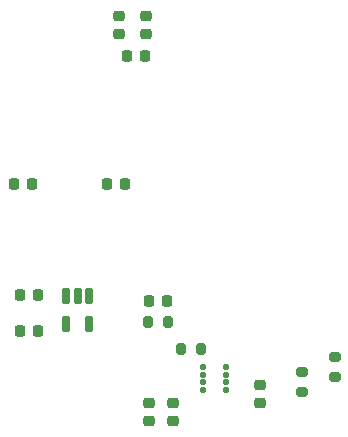
<source format=gbr>
%TF.GenerationSoftware,KiCad,Pcbnew,9.0.0*%
%TF.CreationDate,2025-11-19T13:49:17-06:00*%
%TF.ProjectId,FiltSure Prototype Three,46696c74-5375-4726-9520-50726f746f74,rev?*%
%TF.SameCoordinates,Original*%
%TF.FileFunction,Paste,Bot*%
%TF.FilePolarity,Positive*%
%FSLAX46Y46*%
G04 Gerber Fmt 4.6, Leading zero omitted, Abs format (unit mm)*
G04 Created by KiCad (PCBNEW 9.0.0) date 2025-11-19 13:49:17*
%MOMM*%
%LPD*%
G01*
G04 APERTURE LIST*
G04 Aperture macros list*
%AMRoundRect*
0 Rectangle with rounded corners*
0 $1 Rounding radius*
0 $2 $3 $4 $5 $6 $7 $8 $9 X,Y pos of 4 corners*
0 Add a 4 corners polygon primitive as box body*
4,1,4,$2,$3,$4,$5,$6,$7,$8,$9,$2,$3,0*
0 Add four circle primitives for the rounded corners*
1,1,$1+$1,$2,$3*
1,1,$1+$1,$4,$5*
1,1,$1+$1,$6,$7*
1,1,$1+$1,$8,$9*
0 Add four rect primitives between the rounded corners*
20,1,$1+$1,$2,$3,$4,$5,0*
20,1,$1+$1,$4,$5,$6,$7,0*
20,1,$1+$1,$6,$7,$8,$9,0*
20,1,$1+$1,$8,$9,$2,$3,0*%
G04 Aperture macros list end*
%ADD10RoundRect,0.225000X0.225000X0.250000X-0.225000X0.250000X-0.225000X-0.250000X0.225000X-0.250000X0*%
%ADD11RoundRect,0.225000X-0.250000X0.225000X-0.250000X-0.225000X0.250000X-0.225000X0.250000X0.225000X0*%
%ADD12RoundRect,0.225000X-0.225000X-0.250000X0.225000X-0.250000X0.225000X0.250000X-0.225000X0.250000X0*%
%ADD13RoundRect,0.056250X-0.188750X-0.168750X0.188750X-0.168750X0.188750X0.168750X-0.188750X0.168750X0*%
%ADD14RoundRect,0.225000X0.250000X-0.225000X0.250000X0.225000X-0.250000X0.225000X-0.250000X-0.225000X0*%
%ADD15RoundRect,0.200000X0.275000X-0.200000X0.275000X0.200000X-0.275000X0.200000X-0.275000X-0.200000X0*%
%ADD16RoundRect,0.200000X-0.200000X-0.275000X0.200000X-0.275000X0.200000X0.275000X-0.200000X0.275000X0*%
%ADD17RoundRect,0.045000X-0.255000X0.630000X-0.255000X-0.630000X0.255000X-0.630000X0.255000X0.630000X0*%
G04 APERTURE END LIST*
D10*
%TO.C,R9*%
X111293600Y-74418200D03*
X112843600Y-74418200D03*
%TD*%
D11*
%TO.C,R8*%
X112877600Y-72551600D03*
X112877600Y-71001600D03*
%TD*%
%TO.C,C8*%
X110591600Y-72551600D03*
X110591600Y-71001600D03*
%TD*%
D12*
%TO.C,R6*%
X101688600Y-85238600D03*
X103238600Y-85238600D03*
%TD*%
D13*
%TO.C,U4*%
X119643600Y-102682600D03*
X119643600Y-102032600D03*
X119643600Y-101382600D03*
X119643600Y-100732600D03*
X117703600Y-100732600D03*
X117703600Y-101382600D03*
X117703600Y-102032600D03*
X117703600Y-102682600D03*
%TD*%
D14*
%TO.C,R4*%
X122529600Y-103793600D03*
X122529600Y-102243600D03*
%TD*%
D15*
%TO.C,R12*%
X128879600Y-101557600D03*
X128879600Y-99907600D03*
%TD*%
D11*
%TO.C,R5*%
X115163600Y-103767600D03*
X115163600Y-105317600D03*
%TD*%
%TO.C,C4*%
X113131600Y-103767600D03*
X113131600Y-105317600D03*
%TD*%
D12*
%TO.C,Power*%
X113118600Y-95144600D03*
X114668600Y-95144600D03*
%TD*%
D16*
%TO.C,R3*%
X113068600Y-96922600D03*
X114718600Y-96922600D03*
%TD*%
D10*
%TO.C,C3*%
X103746600Y-97684600D03*
X102196600Y-97684600D03*
%TD*%
D15*
%TO.C,R11*%
X126085600Y-102827600D03*
X126085600Y-101177600D03*
%TD*%
D12*
%TO.C,R7*%
X109562600Y-85238600D03*
X111112600Y-85238600D03*
%TD*%
D16*
%TO.C,R10*%
X115862600Y-99208600D03*
X117512600Y-99208600D03*
%TD*%
D17*
%TO.C,U2*%
X106151600Y-94721600D03*
X107101600Y-94721600D03*
X108051600Y-94721600D03*
X108051600Y-97091600D03*
X106151600Y-97091600D03*
%TD*%
D10*
%TO.C,C1*%
X103746600Y-94636600D03*
X102196600Y-94636600D03*
%TD*%
M02*

</source>
